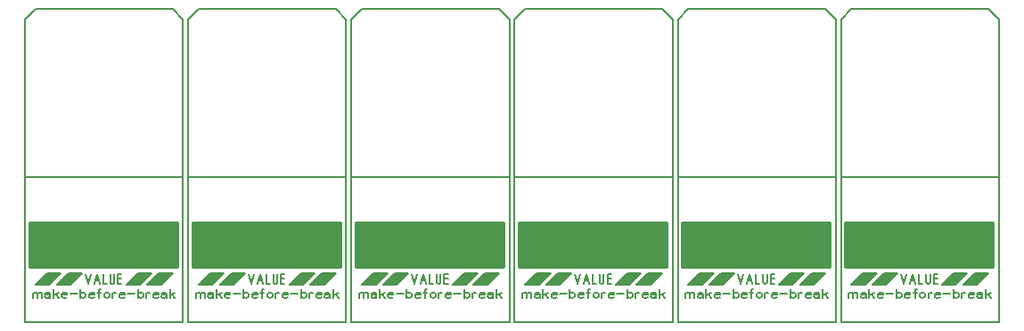
<source format=gbr>
%FSLAX34Y34*%
%MOMM*%
%LNSILK_TOP*%
G71*
G01*
%ADD10C, 0.150*%
%ADD11C, 0.175*%
%ADD12C, 0.300*%
%ADD13C, 0.151*%
%LPD*%
G54D10*
X159000Y-169000D02*
X9000Y-169000D01*
G54D11*
X66319Y-261278D02*
X68764Y-271056D01*
X71208Y-261278D01*
G54D11*
X74630Y-271056D02*
X77074Y-261278D01*
X79519Y-271056D01*
G54D11*
X75608Y-267389D02*
X78541Y-267389D01*
G54D11*
X82941Y-261278D02*
X82941Y-271056D01*
X86363Y-271056D01*
G54D11*
X89785Y-261278D02*
X89785Y-269222D01*
X90274Y-270444D01*
X91252Y-271056D01*
X92230Y-271056D01*
X93207Y-270444D01*
X93696Y-269222D01*
X93696Y-261278D01*
G54D11*
X100540Y-271056D02*
X97118Y-271056D01*
X97118Y-261278D01*
X100540Y-261278D01*
G54D11*
X97118Y-266167D02*
X100540Y-266167D01*
G36*
X13669Y-212919D02*
X153669Y-212919D01*
X153669Y-254919D01*
X13669Y-254919D01*
X13669Y-212919D01*
G37*
G54D12*
X13669Y-212919D02*
X153669Y-212919D01*
X153669Y-254919D01*
X13669Y-254919D01*
X13669Y-212919D01*
G54D10*
X9000Y-19000D02*
X19000Y-9000D01*
X149000Y-9000D01*
X159000Y-19000D01*
X159000Y-307500D01*
X9000Y-307500D01*
X9000Y-19000D01*
G36*
X63000Y-261000D02*
X52000Y-272000D01*
X39000Y-272000D01*
X50000Y-261000D01*
X63000Y-261000D01*
G37*
G54D10*
X63000Y-261000D02*
X52000Y-272000D01*
X39000Y-272000D01*
X50000Y-261000D01*
X63000Y-261000D01*
G36*
X43000Y-261000D02*
X32000Y-272000D01*
X19000Y-272000D01*
X30000Y-261000D01*
X43000Y-261000D01*
G37*
G54D10*
X43000Y-261000D02*
X32000Y-272000D01*
X19000Y-272000D01*
X30000Y-261000D01*
X43000Y-261000D01*
G36*
X129000Y-261000D02*
X118000Y-272000D01*
X105000Y-272000D01*
X116000Y-261000D01*
X129000Y-261000D01*
G37*
G54D10*
X129000Y-261000D02*
X118000Y-272000D01*
X105000Y-272000D01*
X116000Y-261000D01*
X129000Y-261000D01*
G36*
X149000Y-261000D02*
X138000Y-272000D01*
X125000Y-272000D01*
X136000Y-261000D01*
X149000Y-261000D01*
G37*
G54D10*
X149000Y-261000D02*
X138000Y-272000D01*
X125000Y-272000D01*
X136000Y-261000D01*
X149000Y-261000D01*
G54D13*
X16319Y-284056D02*
X16319Y-279306D01*
G54D13*
X16319Y-280150D02*
X18008Y-279306D01*
X19697Y-279622D01*
X20541Y-280361D01*
X20541Y-284056D01*
G54D13*
X20541Y-280150D02*
X22230Y-279306D01*
X23919Y-279622D01*
X24764Y-280361D01*
X24764Y-284056D01*
G54D13*
X27719Y-279833D02*
X29408Y-279306D01*
X31434Y-279306D01*
X32786Y-280361D01*
X32786Y-284056D01*
G54D13*
X32786Y-282472D02*
X31941Y-281417D01*
X30252Y-281206D01*
X28564Y-281417D01*
X27719Y-282472D01*
X28057Y-283528D01*
X29408Y-284056D01*
X30252Y-284056D01*
X30590Y-284056D01*
X31941Y-283528D01*
X32786Y-282472D01*
G54D13*
X35742Y-284056D02*
X35742Y-275611D01*
G54D13*
X38275Y-280889D02*
X40809Y-284056D01*
G54D13*
X35742Y-281944D02*
X40809Y-279306D01*
G54D13*
X48832Y-283528D02*
X47480Y-284056D01*
X45792Y-284056D01*
X44103Y-283528D01*
X43765Y-282472D01*
X43765Y-280678D01*
X44610Y-279622D01*
X46298Y-279306D01*
X47987Y-279622D01*
X48832Y-280361D01*
X48832Y-281417D01*
X43765Y-281417D01*
G54D13*
X51788Y-280361D02*
X58544Y-280361D01*
G54D13*
X61500Y-284056D02*
X61500Y-275611D01*
G54D13*
X61500Y-280678D02*
X62344Y-279622D01*
X64033Y-279306D01*
X65722Y-279622D01*
X66567Y-280678D01*
X66567Y-282789D01*
X65722Y-283844D01*
X64033Y-284056D01*
X62344Y-283844D01*
X61500Y-282789D01*
G54D13*
X74590Y-283528D02*
X73238Y-284056D01*
X71550Y-284056D01*
X69861Y-283528D01*
X69523Y-282472D01*
X69523Y-280678D01*
X70368Y-279622D01*
X72056Y-279306D01*
X73745Y-279622D01*
X74590Y-280361D01*
X74590Y-281417D01*
X69523Y-281417D01*
G54D13*
X79235Y-284056D02*
X79235Y-276139D01*
X80079Y-275611D01*
X80924Y-275928D01*
G54D13*
X77546Y-279306D02*
X80924Y-279306D01*
G54D13*
X88947Y-282789D02*
X88947Y-280678D01*
X88102Y-279622D01*
X86413Y-279306D01*
X84724Y-279622D01*
X83880Y-280678D01*
X83880Y-282789D01*
X84724Y-283844D01*
X86413Y-284056D01*
X88102Y-283844D01*
X88947Y-282789D01*
G54D13*
X91903Y-284056D02*
X91903Y-279306D01*
G54D13*
X91903Y-280361D02*
X93592Y-279306D01*
X95281Y-279306D01*
G54D13*
X103304Y-283528D02*
X101952Y-284056D01*
X100264Y-284056D01*
X98575Y-283528D01*
X98237Y-282472D01*
X98237Y-280678D01*
X99082Y-279622D01*
X100770Y-279306D01*
X102459Y-279622D01*
X103304Y-280361D01*
X103304Y-281417D01*
X98237Y-281417D01*
G54D13*
X106260Y-280361D02*
X113016Y-280361D01*
G54D13*
X115972Y-284056D02*
X115972Y-275611D01*
G54D13*
X115972Y-280678D02*
X116816Y-279622D01*
X118505Y-279306D01*
X120194Y-279622D01*
X121039Y-280678D01*
X121039Y-282789D01*
X120194Y-283844D01*
X118505Y-284056D01*
X116816Y-283844D01*
X115972Y-282789D01*
G54D13*
X123995Y-284056D02*
X123995Y-279306D01*
G54D13*
X123995Y-280361D02*
X125684Y-279306D01*
X127373Y-279306D01*
G54D13*
X135396Y-283528D02*
X134044Y-284056D01*
X132356Y-284056D01*
X130667Y-283528D01*
X130329Y-282472D01*
X130329Y-280678D01*
X131173Y-279622D01*
X132862Y-279306D01*
X134551Y-279622D01*
X135396Y-280361D01*
X135396Y-281417D01*
X130329Y-281417D01*
G54D13*
X138352Y-279833D02*
X140041Y-279306D01*
X142068Y-279306D01*
X143419Y-280361D01*
X143419Y-284056D01*
G54D13*
X143419Y-282472D02*
X142574Y-281417D01*
X140885Y-281206D01*
X139196Y-281417D01*
X138352Y-282472D01*
X138690Y-283528D01*
X140041Y-284056D01*
X140885Y-284056D01*
X141223Y-284056D01*
X142574Y-283528D01*
X143419Y-282472D01*
G54D13*
X146375Y-284056D02*
X146375Y-275611D01*
G54D13*
X148908Y-280889D02*
X151442Y-284056D01*
G54D13*
X146375Y-281944D02*
X151442Y-279306D01*
G54D10*
X314000Y-169000D02*
X164000Y-169000D01*
G54D11*
X221319Y-261278D02*
X223764Y-271056D01*
X226208Y-261278D01*
G54D11*
X229630Y-271056D02*
X232074Y-261278D01*
X234519Y-271056D01*
G54D11*
X230608Y-267389D02*
X233541Y-267389D01*
G54D11*
X237941Y-261278D02*
X237941Y-271056D01*
X241363Y-271056D01*
G54D11*
X244785Y-261278D02*
X244785Y-269222D01*
X245274Y-270444D01*
X246252Y-271056D01*
X247230Y-271056D01*
X248207Y-270444D01*
X248696Y-269222D01*
X248696Y-261278D01*
G54D11*
X255540Y-271056D02*
X252118Y-271056D01*
X252118Y-261278D01*
X255540Y-261278D01*
G54D11*
X252118Y-266167D02*
X255540Y-266167D01*
G36*
X168669Y-212919D02*
X308669Y-212919D01*
X308669Y-254919D01*
X168669Y-254919D01*
X168669Y-212919D01*
G37*
G54D12*
X168669Y-212919D02*
X308669Y-212919D01*
X308669Y-254919D01*
X168669Y-254919D01*
X168669Y-212919D01*
G54D10*
X164000Y-19000D02*
X174000Y-9000D01*
X304000Y-9000D01*
X314000Y-19000D01*
X314000Y-307500D01*
X164000Y-307500D01*
X164000Y-19000D01*
G36*
X218000Y-261000D02*
X207000Y-272000D01*
X194000Y-272000D01*
X205000Y-261000D01*
X218000Y-261000D01*
G37*
G54D10*
X218000Y-261000D02*
X207000Y-272000D01*
X194000Y-272000D01*
X205000Y-261000D01*
X218000Y-261000D01*
G36*
X198000Y-261000D02*
X187000Y-272000D01*
X174000Y-272000D01*
X185000Y-261000D01*
X198000Y-261000D01*
G37*
G54D10*
X198000Y-261000D02*
X187000Y-272000D01*
X174000Y-272000D01*
X185000Y-261000D01*
X198000Y-261000D01*
G36*
X284000Y-261000D02*
X273000Y-272000D01*
X260000Y-272000D01*
X271000Y-261000D01*
X284000Y-261000D01*
G37*
G54D10*
X284000Y-261000D02*
X273000Y-272000D01*
X260000Y-272000D01*
X271000Y-261000D01*
X284000Y-261000D01*
G36*
X304000Y-261000D02*
X293000Y-272000D01*
X280000Y-272000D01*
X291000Y-261000D01*
X304000Y-261000D01*
G37*
G54D10*
X304000Y-261000D02*
X293000Y-272000D01*
X280000Y-272000D01*
X291000Y-261000D01*
X304000Y-261000D01*
G54D13*
X171319Y-284056D02*
X171319Y-279306D01*
G54D13*
X171319Y-280150D02*
X173008Y-279306D01*
X174697Y-279622D01*
X175541Y-280361D01*
X175541Y-284056D01*
G54D13*
X175541Y-280150D02*
X177230Y-279306D01*
X178919Y-279622D01*
X179764Y-280361D01*
X179764Y-284056D01*
G54D13*
X182719Y-279833D02*
X184408Y-279306D01*
X186434Y-279306D01*
X187786Y-280361D01*
X187786Y-284056D01*
G54D13*
X187786Y-282472D02*
X186941Y-281417D01*
X185252Y-281206D01*
X183564Y-281417D01*
X182719Y-282472D01*
X183057Y-283528D01*
X184408Y-284056D01*
X185252Y-284056D01*
X185590Y-284056D01*
X186941Y-283528D01*
X187786Y-282472D01*
G54D13*
X190742Y-284056D02*
X190742Y-275611D01*
G54D13*
X193275Y-280889D02*
X195809Y-284056D01*
G54D13*
X190742Y-281944D02*
X195809Y-279306D01*
G54D13*
X203832Y-283528D02*
X202480Y-284056D01*
X200792Y-284056D01*
X199103Y-283528D01*
X198765Y-282472D01*
X198765Y-280678D01*
X199610Y-279622D01*
X201298Y-279306D01*
X202987Y-279622D01*
X203832Y-280361D01*
X203832Y-281417D01*
X198765Y-281417D01*
G54D13*
X206788Y-280361D02*
X213544Y-280361D01*
G54D13*
X216500Y-284056D02*
X216500Y-275611D01*
G54D13*
X216500Y-280678D02*
X217344Y-279622D01*
X219033Y-279306D01*
X220722Y-279622D01*
X221567Y-280678D01*
X221567Y-282789D01*
X220722Y-283844D01*
X219033Y-284056D01*
X217344Y-283844D01*
X216500Y-282789D01*
G54D13*
X229590Y-283528D02*
X228238Y-284056D01*
X226550Y-284056D01*
X224861Y-283528D01*
X224523Y-282472D01*
X224523Y-280678D01*
X225368Y-279622D01*
X227056Y-279306D01*
X228745Y-279622D01*
X229590Y-280361D01*
X229590Y-281417D01*
X224523Y-281417D01*
G54D13*
X234235Y-284056D02*
X234235Y-276139D01*
X235079Y-275611D01*
X235924Y-275928D01*
G54D13*
X232546Y-279306D02*
X235924Y-279306D01*
G54D13*
X243947Y-282789D02*
X243947Y-280678D01*
X243102Y-279622D01*
X241413Y-279306D01*
X239724Y-279622D01*
X238880Y-280678D01*
X238880Y-282789D01*
X239724Y-283844D01*
X241413Y-284056D01*
X243102Y-283844D01*
X243947Y-282789D01*
G54D13*
X246903Y-284056D02*
X246903Y-279306D01*
G54D13*
X246903Y-280361D02*
X248592Y-279306D01*
X250281Y-279306D01*
G54D13*
X258304Y-283528D02*
X256952Y-284056D01*
X255264Y-284056D01*
X253575Y-283528D01*
X253237Y-282472D01*
X253237Y-280678D01*
X254082Y-279622D01*
X255770Y-279306D01*
X257459Y-279622D01*
X258304Y-280361D01*
X258304Y-281417D01*
X253237Y-281417D01*
G54D13*
X261260Y-280361D02*
X268016Y-280361D01*
G54D13*
X270972Y-284056D02*
X270972Y-275611D01*
G54D13*
X270972Y-280678D02*
X271816Y-279622D01*
X273505Y-279306D01*
X275194Y-279622D01*
X276039Y-280678D01*
X276039Y-282789D01*
X275194Y-283844D01*
X273505Y-284056D01*
X271816Y-283844D01*
X270972Y-282789D01*
G54D13*
X278995Y-284056D02*
X278995Y-279306D01*
G54D13*
X278995Y-280361D02*
X280684Y-279306D01*
X282373Y-279306D01*
G54D13*
X290396Y-283528D02*
X289044Y-284056D01*
X287356Y-284056D01*
X285667Y-283528D01*
X285329Y-282472D01*
X285329Y-280678D01*
X286173Y-279622D01*
X287862Y-279306D01*
X289551Y-279622D01*
X290396Y-280361D01*
X290396Y-281417D01*
X285329Y-281417D01*
G54D13*
X293352Y-279833D02*
X295041Y-279306D01*
X297068Y-279306D01*
X298419Y-280361D01*
X298419Y-284056D01*
G54D13*
X298419Y-282472D02*
X297574Y-281417D01*
X295885Y-281206D01*
X294196Y-281417D01*
X293352Y-282472D01*
X293690Y-283528D01*
X295041Y-284056D01*
X295885Y-284056D01*
X296223Y-284056D01*
X297574Y-283528D01*
X298419Y-282472D01*
G54D13*
X301375Y-284056D02*
X301375Y-275611D01*
G54D13*
X303908Y-280889D02*
X306442Y-284056D01*
G54D13*
X301375Y-281944D02*
X306442Y-279306D01*
G54D10*
X469000Y-169000D02*
X319000Y-169000D01*
G54D11*
X376319Y-261278D02*
X378764Y-271056D01*
X381208Y-261278D01*
G54D11*
X384630Y-271056D02*
X387074Y-261278D01*
X389519Y-271056D01*
G54D11*
X385608Y-267389D02*
X388541Y-267389D01*
G54D11*
X392941Y-261278D02*
X392941Y-271056D01*
X396363Y-271056D01*
G54D11*
X399785Y-261278D02*
X399785Y-269222D01*
X400274Y-270444D01*
X401252Y-271056D01*
X402230Y-271056D01*
X403207Y-270444D01*
X403696Y-269222D01*
X403696Y-261278D01*
G54D11*
X410540Y-271056D02*
X407118Y-271056D01*
X407118Y-261278D01*
X410540Y-261278D01*
G54D11*
X407118Y-266167D02*
X410540Y-266167D01*
G36*
X323669Y-212919D02*
X463669Y-212919D01*
X463669Y-254919D01*
X323669Y-254919D01*
X323669Y-212919D01*
G37*
G54D12*
X323669Y-212919D02*
X463669Y-212919D01*
X463669Y-254919D01*
X323669Y-254919D01*
X323669Y-212919D01*
G54D10*
X319000Y-19000D02*
X329000Y-9000D01*
X459000Y-9000D01*
X469000Y-19000D01*
X469000Y-307500D01*
X319000Y-307500D01*
X319000Y-19000D01*
G36*
X373000Y-261000D02*
X362000Y-272000D01*
X349000Y-272000D01*
X360000Y-261000D01*
X373000Y-261000D01*
G37*
G54D10*
X373000Y-261000D02*
X362000Y-272000D01*
X349000Y-272000D01*
X360000Y-261000D01*
X373000Y-261000D01*
G36*
X353000Y-261000D02*
X342000Y-272000D01*
X329000Y-272000D01*
X340000Y-261000D01*
X353000Y-261000D01*
G37*
G54D10*
X353000Y-261000D02*
X342000Y-272000D01*
X329000Y-272000D01*
X340000Y-261000D01*
X353000Y-261000D01*
G36*
X439000Y-261000D02*
X428000Y-272000D01*
X415000Y-272000D01*
X426000Y-261000D01*
X439000Y-261000D01*
G37*
G54D10*
X439000Y-261000D02*
X428000Y-272000D01*
X415000Y-272000D01*
X426000Y-261000D01*
X439000Y-261000D01*
G36*
X459000Y-261000D02*
X448000Y-272000D01*
X435000Y-272000D01*
X446000Y-261000D01*
X459000Y-261000D01*
G37*
G54D10*
X459000Y-261000D02*
X448000Y-272000D01*
X435000Y-272000D01*
X446000Y-261000D01*
X459000Y-261000D01*
G54D13*
X326319Y-284056D02*
X326319Y-279306D01*
G54D13*
X326319Y-280150D02*
X328008Y-279306D01*
X329697Y-279622D01*
X330541Y-280361D01*
X330541Y-284056D01*
G54D13*
X330541Y-280150D02*
X332230Y-279306D01*
X333919Y-279622D01*
X334764Y-280361D01*
X334764Y-284056D01*
G54D13*
X337719Y-279833D02*
X339408Y-279306D01*
X341434Y-279306D01*
X342786Y-280361D01*
X342786Y-284056D01*
G54D13*
X342786Y-282472D02*
X341941Y-281417D01*
X340252Y-281206D01*
X338564Y-281417D01*
X337719Y-282472D01*
X338057Y-283528D01*
X339408Y-284056D01*
X340252Y-284056D01*
X340590Y-284056D01*
X341941Y-283528D01*
X342786Y-282472D01*
G54D13*
X345742Y-284056D02*
X345742Y-275611D01*
G54D13*
X348275Y-280889D02*
X350809Y-284056D01*
G54D13*
X345742Y-281944D02*
X350809Y-279306D01*
G54D13*
X358832Y-283528D02*
X357480Y-284056D01*
X355792Y-284056D01*
X354103Y-283528D01*
X353765Y-282472D01*
X353765Y-280678D01*
X354610Y-279622D01*
X356298Y-279306D01*
X357987Y-279622D01*
X358832Y-280361D01*
X358832Y-281417D01*
X353765Y-281417D01*
G54D13*
X361788Y-280361D02*
X368544Y-280361D01*
G54D13*
X371500Y-284056D02*
X371500Y-275611D01*
G54D13*
X371500Y-280678D02*
X372344Y-279622D01*
X374033Y-279306D01*
X375722Y-279622D01*
X376567Y-280678D01*
X376567Y-282789D01*
X375722Y-283844D01*
X374033Y-284056D01*
X372344Y-283844D01*
X371500Y-282789D01*
G54D13*
X384590Y-283528D02*
X383238Y-284056D01*
X381550Y-284056D01*
X379861Y-283528D01*
X379523Y-282472D01*
X379523Y-280678D01*
X380368Y-279622D01*
X382056Y-279306D01*
X383745Y-279622D01*
X384590Y-280361D01*
X384590Y-281417D01*
X379523Y-281417D01*
G54D13*
X389235Y-284056D02*
X389235Y-276139D01*
X390079Y-275611D01*
X390924Y-275928D01*
G54D13*
X387546Y-279306D02*
X390924Y-279306D01*
G54D13*
X398947Y-282789D02*
X398947Y-280678D01*
X398102Y-279622D01*
X396413Y-279306D01*
X394724Y-279622D01*
X393880Y-280678D01*
X393880Y-282789D01*
X394724Y-283844D01*
X396413Y-284056D01*
X398102Y-283844D01*
X398947Y-282789D01*
G54D13*
X401903Y-284056D02*
X401903Y-279306D01*
G54D13*
X401903Y-280361D02*
X403592Y-279306D01*
X405281Y-279306D01*
G54D13*
X413304Y-283528D02*
X411952Y-284056D01*
X410264Y-284056D01*
X408575Y-283528D01*
X408237Y-282472D01*
X408237Y-280678D01*
X409082Y-279622D01*
X410770Y-279306D01*
X412459Y-279622D01*
X413304Y-280361D01*
X413304Y-281417D01*
X408237Y-281417D01*
G54D13*
X416260Y-280361D02*
X423016Y-280361D01*
G54D13*
X425972Y-284056D02*
X425972Y-275611D01*
G54D13*
X425972Y-280678D02*
X426816Y-279622D01*
X428505Y-279306D01*
X430194Y-279622D01*
X431039Y-280678D01*
X431039Y-282789D01*
X430194Y-283844D01*
X428505Y-284056D01*
X426816Y-283844D01*
X425972Y-282789D01*
G54D13*
X433995Y-284056D02*
X433995Y-279306D01*
G54D13*
X433995Y-280361D02*
X435684Y-279306D01*
X437373Y-279306D01*
G54D13*
X445396Y-283528D02*
X444044Y-284056D01*
X442356Y-284056D01*
X440667Y-283528D01*
X440329Y-282472D01*
X440329Y-280678D01*
X441173Y-279622D01*
X442862Y-279306D01*
X444551Y-279622D01*
X445396Y-280361D01*
X445396Y-281417D01*
X440329Y-281417D01*
G54D13*
X448352Y-279833D02*
X450041Y-279306D01*
X452068Y-279306D01*
X453419Y-280361D01*
X453419Y-284056D01*
G54D13*
X453419Y-282472D02*
X452574Y-281417D01*
X450885Y-281206D01*
X449196Y-281417D01*
X448352Y-282472D01*
X448690Y-283528D01*
X450041Y-284056D01*
X450885Y-284056D01*
X451223Y-284056D01*
X452574Y-283528D01*
X453419Y-282472D01*
G54D13*
X456375Y-284056D02*
X456375Y-275611D01*
G54D13*
X458908Y-280889D02*
X461442Y-284056D01*
G54D13*
X456375Y-281944D02*
X461442Y-279306D01*
G54D10*
X624000Y-169000D02*
X474000Y-169000D01*
G54D11*
X531319Y-261278D02*
X533764Y-271056D01*
X536208Y-261278D01*
G54D11*
X539630Y-271056D02*
X542074Y-261278D01*
X544519Y-271056D01*
G54D11*
X540608Y-267389D02*
X543541Y-267389D01*
G54D11*
X547941Y-261278D02*
X547941Y-271056D01*
X551363Y-271056D01*
G54D11*
X554785Y-261278D02*
X554785Y-269222D01*
X555274Y-270444D01*
X556252Y-271056D01*
X557230Y-271056D01*
X558207Y-270444D01*
X558696Y-269222D01*
X558696Y-261278D01*
G54D11*
X565540Y-271056D02*
X562118Y-271056D01*
X562118Y-261278D01*
X565540Y-261278D01*
G54D11*
X562118Y-266167D02*
X565540Y-266167D01*
G36*
X478669Y-212919D02*
X618669Y-212919D01*
X618669Y-254919D01*
X478669Y-254919D01*
X478669Y-212919D01*
G37*
G54D12*
X478669Y-212919D02*
X618669Y-212919D01*
X618669Y-254919D01*
X478669Y-254919D01*
X478669Y-212919D01*
G54D10*
X474000Y-19000D02*
X484000Y-9000D01*
X614000Y-9000D01*
X624000Y-19000D01*
X624000Y-307500D01*
X474000Y-307500D01*
X474000Y-19000D01*
G36*
X528000Y-261000D02*
X517000Y-272000D01*
X504000Y-272000D01*
X515000Y-261000D01*
X528000Y-261000D01*
G37*
G54D10*
X528000Y-261000D02*
X517000Y-272000D01*
X504000Y-272000D01*
X515000Y-261000D01*
X528000Y-261000D01*
G36*
X508000Y-261000D02*
X497000Y-272000D01*
X484000Y-272000D01*
X495000Y-261000D01*
X508000Y-261000D01*
G37*
G54D10*
X508000Y-261000D02*
X497000Y-272000D01*
X484000Y-272000D01*
X495000Y-261000D01*
X508000Y-261000D01*
G36*
X594000Y-261000D02*
X583000Y-272000D01*
X570000Y-272000D01*
X581000Y-261000D01*
X594000Y-261000D01*
G37*
G54D10*
X594000Y-261000D02*
X583000Y-272000D01*
X570000Y-272000D01*
X581000Y-261000D01*
X594000Y-261000D01*
G36*
X614000Y-261000D02*
X603000Y-272000D01*
X590000Y-272000D01*
X601000Y-261000D01*
X614000Y-261000D01*
G37*
G54D10*
X614000Y-261000D02*
X603000Y-272000D01*
X590000Y-272000D01*
X601000Y-261000D01*
X614000Y-261000D01*
G54D13*
X481319Y-284056D02*
X481319Y-279306D01*
G54D13*
X481319Y-280150D02*
X483008Y-279306D01*
X484697Y-279622D01*
X485541Y-280361D01*
X485541Y-284056D01*
G54D13*
X485541Y-280150D02*
X487230Y-279306D01*
X488919Y-279622D01*
X489764Y-280361D01*
X489764Y-284056D01*
G54D13*
X492719Y-279833D02*
X494408Y-279306D01*
X496434Y-279306D01*
X497786Y-280361D01*
X497786Y-284056D01*
G54D13*
X497786Y-282472D02*
X496941Y-281417D01*
X495252Y-281206D01*
X493564Y-281417D01*
X492719Y-282472D01*
X493057Y-283528D01*
X494408Y-284056D01*
X495252Y-284056D01*
X495590Y-284056D01*
X496941Y-283528D01*
X497786Y-282472D01*
G54D13*
X500742Y-284056D02*
X500742Y-275611D01*
G54D13*
X503275Y-280889D02*
X505809Y-284056D01*
G54D13*
X500742Y-281944D02*
X505809Y-279306D01*
G54D13*
X513832Y-283528D02*
X512480Y-284056D01*
X510792Y-284056D01*
X509103Y-283528D01*
X508765Y-282472D01*
X508765Y-280678D01*
X509610Y-279622D01*
X511298Y-279306D01*
X512987Y-279622D01*
X513832Y-280361D01*
X513832Y-281417D01*
X508765Y-281417D01*
G54D13*
X516788Y-280361D02*
X523544Y-280361D01*
G54D13*
X526500Y-284056D02*
X526500Y-275611D01*
G54D13*
X526500Y-280678D02*
X527344Y-279622D01*
X529033Y-279306D01*
X530722Y-279622D01*
X531567Y-280678D01*
X531567Y-282789D01*
X530722Y-283844D01*
X529033Y-284056D01*
X527344Y-283844D01*
X526500Y-282789D01*
G54D13*
X539590Y-283528D02*
X538238Y-284056D01*
X536550Y-284056D01*
X534861Y-283528D01*
X534523Y-282472D01*
X534523Y-280678D01*
X535368Y-279622D01*
X537056Y-279306D01*
X538745Y-279622D01*
X539590Y-280361D01*
X539590Y-281417D01*
X534523Y-281417D01*
G54D13*
X544235Y-284056D02*
X544235Y-276139D01*
X545079Y-275611D01*
X545924Y-275928D01*
G54D13*
X542546Y-279306D02*
X545924Y-279306D01*
G54D13*
X553947Y-282789D02*
X553947Y-280678D01*
X553102Y-279622D01*
X551413Y-279306D01*
X549724Y-279622D01*
X548880Y-280678D01*
X548880Y-282789D01*
X549724Y-283844D01*
X551413Y-284056D01*
X553102Y-283844D01*
X553947Y-282789D01*
G54D13*
X556903Y-284056D02*
X556903Y-279306D01*
G54D13*
X556903Y-280361D02*
X558592Y-279306D01*
X560281Y-279306D01*
G54D13*
X568304Y-283528D02*
X566953Y-284056D01*
X565264Y-284056D01*
X563575Y-283528D01*
X563237Y-282472D01*
X563237Y-280678D01*
X564081Y-279622D01*
X565770Y-279306D01*
X567459Y-279622D01*
X568304Y-280361D01*
X568304Y-281417D01*
X563237Y-281417D01*
G54D13*
X571260Y-280361D02*
X578016Y-280361D01*
G54D13*
X580972Y-284056D02*
X580972Y-275611D01*
G54D13*
X580972Y-280678D02*
X581816Y-279622D01*
X583505Y-279306D01*
X585194Y-279622D01*
X586039Y-280678D01*
X586039Y-282789D01*
X585194Y-283844D01*
X583505Y-284056D01*
X581816Y-283844D01*
X580972Y-282789D01*
G54D13*
X588995Y-284056D02*
X588995Y-279306D01*
G54D13*
X588995Y-280361D02*
X590684Y-279306D01*
X592373Y-279306D01*
G54D13*
X600396Y-283528D02*
X599044Y-284056D01*
X597356Y-284056D01*
X595667Y-283528D01*
X595329Y-282472D01*
X595329Y-280678D01*
X596173Y-279622D01*
X597862Y-279306D01*
X599551Y-279622D01*
X600396Y-280361D01*
X600396Y-281417D01*
X595329Y-281417D01*
G54D13*
X603352Y-279833D02*
X605041Y-279306D01*
X607068Y-279306D01*
X608419Y-280361D01*
X608419Y-284056D01*
G54D13*
X608419Y-282472D02*
X607574Y-281417D01*
X605885Y-281206D01*
X604196Y-281417D01*
X603352Y-282472D01*
X603690Y-283528D01*
X605041Y-284056D01*
X605885Y-284056D01*
X606223Y-284056D01*
X607574Y-283528D01*
X608419Y-282472D01*
G54D13*
X611375Y-284056D02*
X611375Y-275611D01*
G54D13*
X613908Y-280889D02*
X616442Y-284056D01*
G54D13*
X611375Y-281944D02*
X616442Y-279306D01*
G54D10*
X779000Y-169000D02*
X629000Y-169000D01*
G54D11*
X686319Y-261278D02*
X688764Y-271056D01*
X691208Y-261278D01*
G54D11*
X694630Y-271056D02*
X697074Y-261278D01*
X699519Y-271056D01*
G54D11*
X695608Y-267389D02*
X698541Y-267389D01*
G54D11*
X702941Y-261278D02*
X702941Y-271056D01*
X706363Y-271056D01*
G54D11*
X709785Y-261278D02*
X709785Y-269222D01*
X710274Y-270444D01*
X711252Y-271056D01*
X712230Y-271056D01*
X713207Y-270444D01*
X713696Y-269222D01*
X713696Y-261278D01*
G54D11*
X720540Y-271056D02*
X717118Y-271056D01*
X717118Y-261278D01*
X720540Y-261278D01*
G54D11*
X717118Y-266167D02*
X720540Y-266167D01*
G36*
X633669Y-212919D02*
X773669Y-212919D01*
X773669Y-254919D01*
X633669Y-254919D01*
X633669Y-212919D01*
G37*
G54D12*
X633669Y-212919D02*
X773669Y-212919D01*
X773669Y-254919D01*
X633669Y-254919D01*
X633669Y-212919D01*
G54D10*
X629000Y-19000D02*
X639000Y-9000D01*
X769000Y-9000D01*
X779000Y-19000D01*
X779000Y-307500D01*
X629000Y-307500D01*
X629000Y-19000D01*
G36*
X683000Y-261000D02*
X672000Y-272000D01*
X659000Y-272000D01*
X670000Y-261000D01*
X683000Y-261000D01*
G37*
G54D10*
X683000Y-261000D02*
X672000Y-272000D01*
X659000Y-272000D01*
X670000Y-261000D01*
X683000Y-261000D01*
G36*
X663000Y-261000D02*
X652000Y-272000D01*
X639000Y-272000D01*
X650000Y-261000D01*
X663000Y-261000D01*
G37*
G54D10*
X663000Y-261000D02*
X652000Y-272000D01*
X639000Y-272000D01*
X650000Y-261000D01*
X663000Y-261000D01*
G36*
X749000Y-261000D02*
X738000Y-272000D01*
X725000Y-272000D01*
X736000Y-261000D01*
X749000Y-261000D01*
G37*
G54D10*
X749000Y-261000D02*
X738000Y-272000D01*
X725000Y-272000D01*
X736000Y-261000D01*
X749000Y-261000D01*
G36*
X769000Y-261000D02*
X758000Y-272000D01*
X745000Y-272000D01*
X756000Y-261000D01*
X769000Y-261000D01*
G37*
G54D10*
X769000Y-261000D02*
X758000Y-272000D01*
X745000Y-272000D01*
X756000Y-261000D01*
X769000Y-261000D01*
G54D13*
X636319Y-284056D02*
X636319Y-279306D01*
G54D13*
X636319Y-280150D02*
X638008Y-279306D01*
X639697Y-279622D01*
X640541Y-280361D01*
X640541Y-284056D01*
G54D13*
X640541Y-280150D02*
X642230Y-279306D01*
X643919Y-279622D01*
X644763Y-280361D01*
X644763Y-284056D01*
G54D13*
X647719Y-279833D02*
X649408Y-279306D01*
X651435Y-279306D01*
X652786Y-280361D01*
X652786Y-284056D01*
G54D13*
X652786Y-282472D02*
X651941Y-281417D01*
X650252Y-281206D01*
X648563Y-281417D01*
X647719Y-282472D01*
X648057Y-283528D01*
X649408Y-284056D01*
X650252Y-284056D01*
X650590Y-284056D01*
X651941Y-283528D01*
X652786Y-282472D01*
G54D13*
X655742Y-284056D02*
X655742Y-275611D01*
G54D13*
X658275Y-280889D02*
X660809Y-284056D01*
G54D13*
X655742Y-281944D02*
X660809Y-279306D01*
G54D13*
X668832Y-283528D02*
X667481Y-284056D01*
X665792Y-284056D01*
X664103Y-283528D01*
X663765Y-282472D01*
X663765Y-280678D01*
X664609Y-279622D01*
X666298Y-279306D01*
X667987Y-279622D01*
X668832Y-280361D01*
X668832Y-281417D01*
X663765Y-281417D01*
G54D13*
X671788Y-280361D02*
X678544Y-280361D01*
G54D13*
X681500Y-284056D02*
X681500Y-275611D01*
G54D13*
X681500Y-280678D02*
X682344Y-279622D01*
X684033Y-279306D01*
X685722Y-279622D01*
X686567Y-280678D01*
X686567Y-282789D01*
X685722Y-283844D01*
X684033Y-284056D01*
X682344Y-283844D01*
X681500Y-282789D01*
G54D13*
X694590Y-283528D02*
X693239Y-284056D01*
X691550Y-284056D01*
X689861Y-283528D01*
X689523Y-282472D01*
X689523Y-280678D01*
X690367Y-279622D01*
X692056Y-279306D01*
X693745Y-279622D01*
X694590Y-280361D01*
X694590Y-281417D01*
X689523Y-281417D01*
G54D13*
X699235Y-284056D02*
X699235Y-276139D01*
X700079Y-275611D01*
X700924Y-275928D01*
G54D13*
X697546Y-279306D02*
X700924Y-279306D01*
G54D13*
X708947Y-282789D02*
X708947Y-280678D01*
X708102Y-279622D01*
X706413Y-279306D01*
X704724Y-279622D01*
X703880Y-280678D01*
X703880Y-282789D01*
X704724Y-283844D01*
X706413Y-284056D01*
X708102Y-283844D01*
X708947Y-282789D01*
G54D13*
X711903Y-284056D02*
X711903Y-279306D01*
G54D13*
X711903Y-280361D02*
X713592Y-279306D01*
X715281Y-279306D01*
G54D13*
X723304Y-283528D02*
X721953Y-284056D01*
X720264Y-284056D01*
X718575Y-283528D01*
X718237Y-282472D01*
X718237Y-280678D01*
X719081Y-279622D01*
X720770Y-279306D01*
X722459Y-279622D01*
X723304Y-280361D01*
X723304Y-281417D01*
X718237Y-281417D01*
G54D13*
X726260Y-280361D02*
X733016Y-280361D01*
G54D13*
X735972Y-284056D02*
X735972Y-275611D01*
G54D13*
X735972Y-280678D02*
X736816Y-279622D01*
X738505Y-279306D01*
X740194Y-279622D01*
X741039Y-280678D01*
X741039Y-282789D01*
X740194Y-283844D01*
X738505Y-284056D01*
X736816Y-283844D01*
X735972Y-282789D01*
G54D13*
X743995Y-284056D02*
X743995Y-279306D01*
G54D13*
X743995Y-280361D02*
X745684Y-279306D01*
X747373Y-279306D01*
G54D13*
X755396Y-283528D02*
X754044Y-284056D01*
X752356Y-284056D01*
X750667Y-283528D01*
X750329Y-282472D01*
X750329Y-280678D01*
X751173Y-279622D01*
X752862Y-279306D01*
X754551Y-279622D01*
X755396Y-280361D01*
X755396Y-281417D01*
X750329Y-281417D01*
G54D13*
X758352Y-279833D02*
X760041Y-279306D01*
X762068Y-279306D01*
X763419Y-280361D01*
X763419Y-284056D01*
G54D13*
X763419Y-282472D02*
X762574Y-281417D01*
X760885Y-281206D01*
X759196Y-281417D01*
X758352Y-282472D01*
X758690Y-283528D01*
X760041Y-284056D01*
X760885Y-284056D01*
X761223Y-284056D01*
X762574Y-283528D01*
X763419Y-282472D01*
G54D13*
X766375Y-284056D02*
X766375Y-275611D01*
G54D13*
X768908Y-280889D02*
X771442Y-284056D01*
G54D13*
X766375Y-281944D02*
X771442Y-279306D01*
G54D10*
X934000Y-169000D02*
X784000Y-169000D01*
G54D11*
X841319Y-261278D02*
X843764Y-271056D01*
X846208Y-261278D01*
G54D11*
X849630Y-271056D02*
X852074Y-261278D01*
X854519Y-271056D01*
G54D11*
X850608Y-267389D02*
X853541Y-267389D01*
G54D11*
X857941Y-261278D02*
X857941Y-271056D01*
X861363Y-271056D01*
G54D11*
X864785Y-261278D02*
X864785Y-269222D01*
X865274Y-270444D01*
X866252Y-271056D01*
X867230Y-271056D01*
X868207Y-270444D01*
X868696Y-269222D01*
X868696Y-261278D01*
G54D11*
X875540Y-271056D02*
X872118Y-271056D01*
X872118Y-261278D01*
X875540Y-261278D01*
G54D11*
X872118Y-266167D02*
X875540Y-266167D01*
G36*
X788669Y-212919D02*
X928669Y-212919D01*
X928669Y-254919D01*
X788669Y-254919D01*
X788669Y-212919D01*
G37*
G54D12*
X788669Y-212919D02*
X928669Y-212919D01*
X928669Y-254919D01*
X788669Y-254919D01*
X788669Y-212919D01*
G54D10*
X784000Y-19000D02*
X794000Y-9000D01*
X924000Y-9000D01*
X934000Y-19000D01*
X934000Y-307500D01*
X784000Y-307500D01*
X784000Y-19000D01*
G36*
X838000Y-261000D02*
X827000Y-272000D01*
X814000Y-272000D01*
X825000Y-261000D01*
X838000Y-261000D01*
G37*
G54D10*
X838000Y-261000D02*
X827000Y-272000D01*
X814000Y-272000D01*
X825000Y-261000D01*
X838000Y-261000D01*
G36*
X818000Y-261000D02*
X807000Y-272000D01*
X794000Y-272000D01*
X805000Y-261000D01*
X818000Y-261000D01*
G37*
G54D10*
X818000Y-261000D02*
X807000Y-272000D01*
X794000Y-272000D01*
X805000Y-261000D01*
X818000Y-261000D01*
G36*
X904000Y-261000D02*
X893000Y-272000D01*
X880000Y-272000D01*
X891000Y-261000D01*
X904000Y-261000D01*
G37*
G54D10*
X904000Y-261000D02*
X893000Y-272000D01*
X880000Y-272000D01*
X891000Y-261000D01*
X904000Y-261000D01*
G36*
X924000Y-261000D02*
X913000Y-272000D01*
X900000Y-272000D01*
X911000Y-261000D01*
X924000Y-261000D01*
G37*
G54D10*
X924000Y-261000D02*
X913000Y-272000D01*
X900000Y-272000D01*
X911000Y-261000D01*
X924000Y-261000D01*
G54D13*
X791319Y-284056D02*
X791319Y-279306D01*
G54D13*
X791319Y-280150D02*
X793008Y-279306D01*
X794697Y-279622D01*
X795541Y-280361D01*
X795541Y-284056D01*
G54D13*
X795541Y-280150D02*
X797230Y-279306D01*
X798919Y-279622D01*
X799763Y-280361D01*
X799763Y-284056D01*
G54D13*
X802719Y-279833D02*
X804408Y-279306D01*
X806435Y-279306D01*
X807786Y-280361D01*
X807786Y-284056D01*
G54D13*
X807786Y-282472D02*
X806941Y-281417D01*
X805252Y-281206D01*
X803563Y-281417D01*
X802719Y-282472D01*
X803057Y-283528D01*
X804408Y-284056D01*
X805252Y-284056D01*
X805590Y-284056D01*
X806941Y-283528D01*
X807786Y-282472D01*
G54D13*
X810742Y-284056D02*
X810742Y-275611D01*
G54D13*
X813275Y-280889D02*
X815809Y-284056D01*
G54D13*
X810742Y-281944D02*
X815809Y-279306D01*
G54D13*
X823832Y-283528D02*
X822481Y-284056D01*
X820792Y-284056D01*
X819103Y-283528D01*
X818765Y-282472D01*
X818765Y-280678D01*
X819609Y-279622D01*
X821298Y-279306D01*
X822987Y-279622D01*
X823832Y-280361D01*
X823832Y-281417D01*
X818765Y-281417D01*
G54D13*
X826788Y-280361D02*
X833544Y-280361D01*
G54D13*
X836500Y-284056D02*
X836500Y-275611D01*
G54D13*
X836500Y-280678D02*
X837344Y-279622D01*
X839033Y-279306D01*
X840722Y-279622D01*
X841567Y-280678D01*
X841567Y-282789D01*
X840722Y-283844D01*
X839033Y-284056D01*
X837344Y-283844D01*
X836500Y-282789D01*
G54D13*
X849590Y-283528D02*
X848239Y-284056D01*
X846550Y-284056D01*
X844861Y-283528D01*
X844523Y-282472D01*
X844523Y-280678D01*
X845367Y-279622D01*
X847056Y-279306D01*
X848745Y-279622D01*
X849590Y-280361D01*
X849590Y-281417D01*
X844523Y-281417D01*
G54D13*
X854235Y-284056D02*
X854235Y-276139D01*
X855079Y-275611D01*
X855924Y-275928D01*
G54D13*
X852546Y-279306D02*
X855924Y-279306D01*
G54D13*
X863947Y-282789D02*
X863947Y-280678D01*
X863102Y-279622D01*
X861413Y-279306D01*
X859724Y-279622D01*
X858880Y-280678D01*
X858880Y-282789D01*
X859724Y-283844D01*
X861413Y-284056D01*
X863102Y-283844D01*
X863947Y-282789D01*
G54D13*
X866903Y-284056D02*
X866903Y-279306D01*
G54D13*
X866903Y-280361D02*
X868592Y-279306D01*
X870281Y-279306D01*
G54D13*
X878304Y-283528D02*
X876953Y-284056D01*
X875264Y-284056D01*
X873575Y-283528D01*
X873237Y-282472D01*
X873237Y-280678D01*
X874081Y-279622D01*
X875770Y-279306D01*
X877459Y-279622D01*
X878304Y-280361D01*
X878304Y-281417D01*
X873237Y-281417D01*
G54D13*
X881260Y-280361D02*
X888016Y-280361D01*
G54D13*
X890972Y-284056D02*
X890972Y-275611D01*
G54D13*
X890972Y-280678D02*
X891816Y-279622D01*
X893505Y-279306D01*
X895194Y-279622D01*
X896039Y-280678D01*
X896039Y-282789D01*
X895194Y-283844D01*
X893505Y-284056D01*
X891816Y-283844D01*
X890972Y-282789D01*
G54D13*
X898995Y-284056D02*
X898995Y-279306D01*
G54D13*
X898995Y-280361D02*
X900684Y-279306D01*
X902373Y-279306D01*
G54D13*
X910396Y-283528D02*
X909044Y-284056D01*
X907356Y-284056D01*
X905667Y-283528D01*
X905329Y-282472D01*
X905329Y-280678D01*
X906173Y-279622D01*
X907862Y-279306D01*
X909551Y-279622D01*
X910396Y-280361D01*
X910396Y-281417D01*
X905329Y-281417D01*
G54D13*
X913352Y-279833D02*
X915041Y-279306D01*
X917068Y-279306D01*
X918419Y-280361D01*
X918419Y-284056D01*
G54D13*
X918419Y-282472D02*
X917574Y-281417D01*
X915885Y-281206D01*
X914196Y-281417D01*
X913352Y-282472D01*
X913690Y-283528D01*
X915041Y-284056D01*
X915885Y-284056D01*
X916223Y-284056D01*
X917574Y-283528D01*
X918419Y-282472D01*
G54D13*
X921375Y-284056D02*
X921375Y-275611D01*
G54D13*
X923908Y-280889D02*
X926442Y-284056D01*
G54D13*
X921375Y-281944D02*
X926442Y-279306D01*
M02*

</source>
